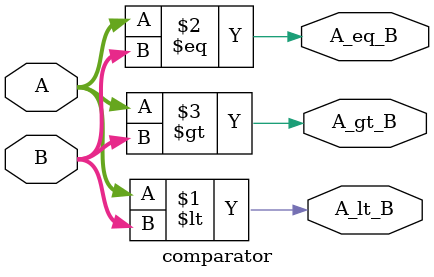
<source format=v>
module comparator(A, B, A_lt_B, A_eq_B, A_gt_B);
  parameter size = 3;
  input [size-1:0] A, B;
  output A_lt_B, A_eq_B, A_gt_B;
  
  assign A_lt_B = (A<B);
  assign A_eq_B = (A==B);
  assign A_gt_B = (A>B);

endmodule

</source>
